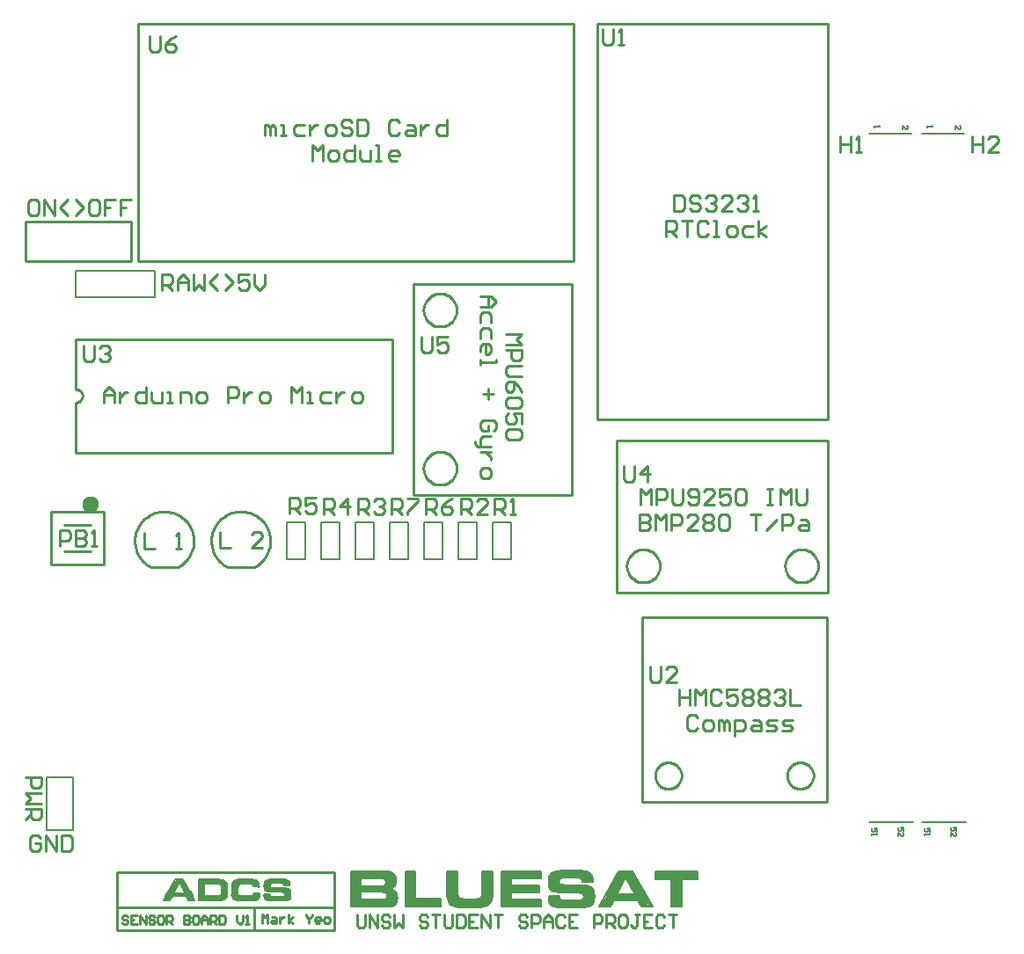
<source format=gto>
%FSDAX24Y24*%
%MOIN*%
%SFA1B1*%

%IPPOS*%
%ADD11C,0.010000*%
%ADD24C,0.031500*%
%ADD25C,0.005000*%
%ADD26C,0.007900*%
%ADD43C,0.020000*%
%LNbluesatpc104template-1*%
%LPD*%
G54D25*
X029904Y012304D02*
X028799D01*
Y012028*
X029846*
Y011788*
X028799*
Y011512*
X029929*
Y011225*
X028417*
Y012579*
X029904*
Y012304*
G54D11*
X029854Y012354D02*
X028749D01*
Y011978*
X029796*
Y011838*
X028749*
Y011462*
X029879*
Y011275*
X028467*
Y012529*
X029854*
Y012354*
G54D43*
X029754Y012454D02*
X028649D01*
Y011878*
X029696*
Y011938*
X028649*
Y011362*
X029779*
Y011375*
X028567*
Y012429*
X029754*
Y012454*
X028580Y011460D02*
X028620D01*
X028580Y011660D02*
X028620D01*
X028580Y011860D02*
X028620D01*
X028580Y012060D02*
X028620D01*
X028580Y012260D02*
X028620D01*
G54D25*
X031424Y012594D02*
X031454Y012593D01*
X031481Y012591*
X031507Y012589*
X031529Y012586*
X031552Y012583*
X031572Y012581*
X031587Y012578*
X031602Y012574*
X031616Y012571*
X031628Y012569*
X031635Y012568*
X031645Y012565*
X031682Y012554*
X031713Y012540*
X031739Y012528*
X031759Y012515*
X031777Y012502*
X031788Y012494*
X031798Y012484*
X031800Y012483*
X031815Y012467*
X031829Y012448*
X031840Y012429*
X031847Y012409*
X031854Y012390*
X031859Y012378*
X031861Y012373*
Y012375*
X031861Y012372*
X031866Y012340*
X031871Y012311*
X031875Y012284*
X031876Y012260*
X031878Y012237*
Y012221*
Y012214*
Y012211*
Y012208*
Y012206*
Y012186*
X031496*
Y012189*
X031495Y012199*
Y012211*
X031493Y012219*
Y012228*
X031491Y012231*
Y012230*
X031482Y012254*
X031470Y012274*
X031465Y012279*
X031461Y012296*
X031448*
X031445Y012298*
X031432Y012304*
X031410Y012314*
X031398Y012318*
X031388Y012320*
X031380Y012321*
X031381Y012321*
X031364Y012325*
X031345Y012328*
X031323Y012331*
X031304*
X031287Y012332*
X030784*
X030756Y012330*
X030730Y012328*
X030706Y012323*
X030687Y012317*
X030674Y012312*
X030663Y012309*
X030650Y012302*
X030648Y012299*
X030632Y012286*
X030619Y012270*
X030608Y012253*
X030602Y012236*
X030598Y012223*
X030596Y012210*
Y012201*
Y012198*
Y012179*
X030598Y012161*
X030602Y012147*
X030605Y012138*
X030606Y012127*
X030611Y012119*
X030611Y012122*
X030612Y012114*
X030625Y012098*
X030639Y012086*
X030666Y012072*
X030678Y012069*
X030688Y012066*
X030699Y012063*
X030692Y012064*
X030724Y012060*
X030749Y012056*
X030775Y012053*
X030800Y012051*
X030825*
X030843Y012050*
X030901*
X030946Y012048*
X031223*
X031265Y012046*
X031304*
X031339Y012045*
X031374*
X031405Y012043*
X031433Y012042*
X031459Y012040*
X031479*
X031499Y012038*
X031517Y012037*
X031527*
X031536Y012035*
X031544*
X031573Y012032*
X031599Y012030*
X031625Y012025*
X031649Y012022*
X031670Y012017*
X031691Y012012*
X031708Y012007*
X031724Y012003*
X031740Y011998*
X031753Y011993*
X031763Y011989*
X031772Y011986*
X031782Y011979*
X031793Y011977*
X031789Y011977*
X031815Y011961*
X031840Y011941*
X031859Y011922*
X031875Y011902*
X031886Y011884*
X031895Y011869*
X031898Y011864*
X031901Y011854*
X031900Y011860*
X031901Y011857*
X031911Y011824*
X031921Y011785*
X031928Y011747*
X031931Y011711*
X031933Y011692*
X031934Y011677*
Y011661*
X031936Y011648*
Y011640*
Y011632*
Y011627*
Y011625*
X031934Y011573*
X031931Y011531*
X031926Y011493*
X031924Y011475*
X031921Y011461*
X031918Y011446*
X031916Y011436*
X031913Y011427*
X031911Y011416*
X031910Y011410*
X031913Y011417*
X031906Y011413*
Y011401*
X031895Y011377*
X031880Y011351*
X031865Y011332*
X031848Y011313*
X031833Y011299*
X031821Y011289*
X031810Y011282*
X031814Y011286*
X031816*
X031781Y011267*
X031751Y011255*
X031715Y011246*
X031683Y011237*
X031652Y011231*
X031639Y011229*
X031630Y011227*
X031619Y011226*
X031613Y011225*
X031609*
X031581Y011221*
X031554Y011219*
X031496Y011216*
X031438Y011212*
X031382Y011211*
X031332Y011212*
X031312Y011210*
X030685*
X030637Y011211*
X030594Y011214*
X030575Y011216*
X030557Y011218*
X030541*
X030530Y011219*
X030517Y011221*
X030505Y011223*
X030499*
X030494Y011224*
X030490Y011224*
X030454Y011231*
X030421Y011240*
X030394Y011250*
X030370Y011258*
X030351Y011267*
X030337Y011273*
X030330Y011277*
X030307Y011294*
X030291Y011311*
X030275Y011331*
X030261Y011347*
X030253Y011360*
X030247Y011374*
X030241Y011384*
X030240Y011385*
X030232Y011410*
X030225Y011439*
X030219Y011469*
X030216Y011497*
X030215Y011522*
Y011536*
X030213Y011546*
Y011550*
Y011557*
Y011560*
Y011562*
Y011635*
X030595*
Y011639*
X030596Y011619*
X030598Y011602*
X030601Y011587*
X030603Y011576*
X030605Y011570*
X030607Y011564*
X030619Y011535*
X030634Y011516*
X030643Y011508*
X030654Y011502*
X030544Y011557*
X030674Y011489*
X030698Y011480*
X030711Y011479*
X030717Y011478*
X030724Y011476*
X030751Y011475*
X030777Y011474*
X031359Y011474*
X031380Y011475*
X031402*
X031428Y011479*
X031451Y011485*
X031459Y011489*
X031463Y011490*
X031462Y011490*
X031467*
X031493Y011507*
X031509Y011522*
X031513Y011527*
X031526Y011531*
Y011546*
X031528Y011550*
X031534Y011563*
X031540Y011587*
X031543Y011599*
Y011610*
Y011615*
Y011617*
Y011635*
X031539Y011652*
X031537Y011665*
X031533Y011679*
X031529Y011686*
X031527Y011697*
X031526Y011698*
Y011696*
X031510Y011716*
X031494Y011726*
X031481Y011735*
X031464Y011741*
X031451Y011746*
X031440Y011749*
X031431Y011753*
X031425*
X031401Y011757*
X031370Y011760*
X031341Y011763*
X031310Y011765*
X031282Y011768*
X031272*
X031262Y011769*
X031218*
X031194Y011771*
X031138*
X031083Y011772*
X030826Y011773*
X030786Y011773*
X030748Y011776*
X030714*
X030682Y011777*
X030653Y011778*
X030627Y011780*
X030605Y011782*
X030584Y011783*
X030566Y011786*
X030552*
X030541Y011787*
X030531Y011789*
X030526*
X030478Y011797*
X030434Y011807*
X030398Y011817*
X030384Y011821*
X030370Y011827*
X030358Y011832*
X030347Y011836*
X030336Y011841*
X030326Y011844*
X030326Y011845*
X030328Y011844*
X030323Y011854*
X030314*
X030297Y011865*
X030278Y011885*
X030263Y011905*
X030251Y011922*
X030243Y011939*
X030238Y011953*
X030232Y011968*
X030235Y011965*
Y011959*
X030227Y011994*
X030222Y012027*
X030219Y012064*
X030217Y012096*
X030216Y012127*
X030215Y012138*
Y012148*
Y012158*
Y012164*
Y012168*
Y012169*
Y012203*
X030216Y012235*
X030217Y012264*
X030221Y012291*
X030222Y012313*
X030225Y012330*
Y012339*
X030225Y012341*
X030226Y012345*
Y012344*
X030232Y012370*
X030239Y012395*
X030250Y012416*
X030261Y012438*
X030270Y012452*
X030278Y012463*
X030286Y012471*
X030288Y012474*
X030306Y012491*
X030331Y012508*
X030358Y012524*
X030382Y012537*
X030405Y012546*
X030417Y012550*
X030428Y012554*
X030434Y012557*
X030438Y012558*
X030437Y012558*
X030440Y012559*
X030465Y012566*
X030489Y012571*
X030539Y012581*
X030590Y012588*
X030641Y012591*
X030664Y012593*
X030685Y012594*
X030705*
X030724Y012596*
X031391*
X031423Y012594*
X030460Y011230D02*
X031640D01*
X030340Y011280D02*
X031790D01*
X030290Y011330D02*
X031860D01*
X030250Y011380D02*
X031890D01*
X030240Y011430D02*
X031900D01*
X030230Y011480D02*
X030690D01*
X031440D02*
X031910D01*
X030220Y011530D02*
X030620D01*
X031540D02*
X031920D01*
X030220Y011580D02*
X030590D01*
X031550D02*
X031940D01*
X030600Y011630D02*
X030590D01*
X031550D02*
X031940D01*
X031540Y011680D02*
X031920D01*
X031500Y011730D02*
X031920D01*
X030590Y011780D02*
X031920D01*
X030370Y011830D02*
X031900D01*
X030300Y011880D02*
X031880D01*
X030260Y011930D02*
X031840D01*
X030240Y011980D02*
X031770D01*
X030230Y012030D02*
X031530D01*
X030230Y012080D02*
X030650D01*
X030230Y012130D02*
X030600D01*
X030220Y012180D02*
X030590D01*
X030230Y012230D02*
X030590D01*
X031500D02*
X031870D01*
X030230Y012280D02*
X030620D01*
X031480D02*
X031870D01*
X030230Y012330D02*
X031860D01*
X030250Y012380D02*
X031850D01*
X030270Y012430D02*
X031830D01*
X030310Y012480D02*
X031790D01*
X030380Y012530D02*
X031730D01*
X030550Y012580D02*
X031540D01*
X034139Y011225D02*
X033716D01*
X033582Y011474*
X032679*
X032553Y011225*
X032128*
X032862Y012579*
X033394*
X034139Y011225*
G54D11*
X034055Y011275D02*
X033746D01*
X033612Y011524*
X032648*
X032522Y011275*
X032212*
X032892Y012529*
X033364*
X034055Y011275*
G54D43*
X033885Y011375D02*
X033806D01*
X033672Y011624*
X032587*
X032461Y011375*
X032380*
X032952Y012429*
X033305*
X033885Y011375*
X032490Y011470D02*
X032480D01*
X033790D02*
X033830D01*
X032590Y011670D02*
X033680D01*
X032690Y011870D02*
X033580D01*
X032790Y012070D02*
X033480D01*
X032890Y012270D02*
X033380D01*
G54D25*
X035847Y012281D02*
X035243D01*
Y011225*
X034861*
Y012281*
X034255*
Y012579*
X035847*
Y012281*
G54D11*
X035797Y012331D02*
X035193D01*
Y011275*
X034911*
Y012331*
X034305*
Y012529*
X035797*
Y012331*
G54D43*
X035697Y012431D02*
X035093D01*
Y011375*
X035011*
Y012431*
X034405*
Y012429*
X035697*
Y012431*
G54D25*
X028078Y011700D02*
X028077Y011653D01*
X028072Y011610*
X028065Y011569*
X028057Y011533*
X028048Y011500*
X028034Y011470*
X028024Y011441*
X028012Y011418*
X027998Y011395*
X027988Y011376*
X027977Y011363*
X027965Y011348*
X027958Y011339*
X027952Y011333*
X027947Y011328*
X027947Y011328*
X027921Y011308*
X027893Y011289*
X027861Y011274*
X027827Y011261*
X027793Y011248*
X027759Y011239*
X027722Y011231*
X027688Y011224*
X027655Y011219*
X027624Y011216*
X027596Y011212*
X027573Y011211*
X027552Y011212*
X027537Y011210*
X026908*
X026853Y011211*
X026805Y011214*
X026760Y011221*
X026718Y011229*
X026680Y011237*
X026645Y011248*
X026615Y011260*
X026587Y011271*
X026561Y011282*
X026541Y011292*
X026523Y011302*
X026509Y011310*
X026499Y011318*
X026490Y011325*
X026490Y011325*
X026490Y011325*
X026464Y011350*
X026446Y011376*
X026428Y011405*
X026412Y011434*
X026400Y011465*
X026388Y011496*
X026381Y011526*
X026373Y011557*
X026368Y011586*
X026363Y011613*
X026361Y011637*
X026359Y011658*
Y011676*
X026357Y011689*
Y011696*
Y011700*
Y012579*
X026739*
Y011793*
Y011767*
X026740Y011743*
X026744Y011720*
X026747Y011702*
X026750Y011681*
X026756Y011664*
X026767Y011636*
X026777Y011615*
X026787Y011598*
X026796Y011588*
X026798Y011586*
X026811Y011572*
X026826Y011561*
X026858Y011545*
X026893Y011534*
X026925Y011527*
X026954Y011524*
X026969Y011522*
X026978*
X026988Y011520*
X027455*
X027479Y011522*
X027501Y011525*
X027522Y011529*
X027539Y011535*
X027554Y011540*
X027584Y011550*
X027605Y011561*
X027622Y011573*
X027629Y011580*
X027633Y011582*
X027647Y011598*
X027657Y011615*
X027671Y011645*
X027682Y011679*
X027689Y011714*
X027692Y011744*
X027694Y011754*
X027697Y011768*
Y011779*
Y011786*
Y011791*
Y011793*
Y012579*
X028078*
Y011700*
G54D11*
X028028Y011701D02*
X028027Y011656D01*
X028022Y011617*
X028016Y011578*
X028009Y011545*
X028001Y011517*
X027988Y011489*
X027978Y011461*
X027968Y011442*
X027955Y011420*
X027946Y011404*
X027938Y011394*
X027926Y011379*
X027921Y011373*
X027916Y011369*
X027914Y011366*
X027891Y011348*
X027868Y011333*
X027841Y011320*
X027809Y011308*
X027777Y011296*
X027747Y011287*
X027712Y011280*
X027680Y011273*
X027649Y011269*
X027618Y011266*
X027592Y011262*
X027572Y011261*
X027549Y011262*
X027534Y011260*
X026908*
X026856Y011261*
X026810Y011264*
X026769Y011271*
X026727Y011278*
X026692Y011285*
X026662Y011295*
X026633Y011306*
X026606Y011317*
X026582Y011328*
X026564Y011336*
X026548Y011345*
X026537Y011352*
X026529Y011358*
X026520Y011365*
X026502Y011382*
X026488Y011403*
X026471Y011430*
X026457Y011456*
X026446Y011483*
X026436Y011511*
X026429Y011538*
X026422Y011567*
X026417Y011594*
X026413Y011619*
X026411Y011643*
X026409Y011662*
Y011680*
X026407Y011693*
Y011696*
Y011700*
Y012529*
X026689*
Y011793*
Y011766*
X026690Y011737*
X026695Y011711*
X026697Y011694*
X026701Y011669*
X026709Y011647*
X026721Y011616*
X026733Y011591*
X026746Y011569*
X026758Y011555*
X026761Y011552*
X026779Y011534*
X026800Y011518*
X026839Y011499*
X026880Y011486*
X026917Y011477*
X026948Y011474*
X026965Y011472*
X026973*
X026983Y011470*
X027457*
X027485Y011472*
X027510Y011476*
X027534Y011481*
X027554Y011487*
X027570Y011492*
X027604Y011504*
X027631Y011518*
X027654Y011534*
X027661Y011541*
X027666Y011545*
X027687Y011568*
X027701Y011592*
X027717Y011627*
X027730Y011666*
X027739Y011706*
X027742Y011737*
X027743Y011745*
X027747Y011764*
Y011779*
Y011786*
Y011791*
Y011793*
Y012529*
X028028*
Y011701*
G54D43*
X027928Y011702D02*
X027927Y011663D01*
X027923Y011631*
X027917Y011597*
X027912Y011569*
X027907Y011552*
X027895Y011527*
X027886Y011501*
X027881Y011491*
X027868Y011470*
X027862Y011460*
X027860Y011457*
X027848Y011442*
X027846Y011439*
X027846Y011439*
X027847Y011441*
X027833Y011429*
X027818Y011420*
X027802Y011412*
X027775Y011402*
X027747Y011391*
X027723Y011384*
X027691Y011378*
X027663Y011372*
X027637Y011368*
X027606Y011365*
X027583Y011362*
X027570Y011361*
X027542Y011362*
X027527Y011360*
X026910*
X026861Y011361*
X026821Y011364*
X026785Y011369*
X026746Y011376*
X026718Y011382*
X026695Y011389*
X026669Y011400*
X026645Y011409*
X026623Y011419*
X026611Y011424*
X026599Y011432*
X026588Y011438*
X026590Y011437*
X026578Y011448*
X026572Y011457*
X026558Y011480*
X026548Y011499*
X026540Y011519*
X026532Y011540*
X026526Y011563*
X026520Y011587*
X026516Y011611*
X026512Y011632*
X026511Y011653*
X026509Y011668*
Y011688*
X026507Y011701*
Y011696*
Y011700*
Y012429*
X026589*
Y011793*
Y011764*
X026590Y011725*
X026596Y011694*
X026599Y011678*
X026604Y011645*
X026615Y011613*
X026629Y011576*
X026645Y011544*
X026664Y011510*
X026683Y011489*
X026688Y011484*
X026713Y011459*
X026747Y011433*
X026802Y011406*
X026853Y011390*
X026900Y011379*
X026935Y011375*
X026957Y011372*
X026963*
X026973Y011371*
X027461Y011369*
X027497Y011373*
X027528Y011377*
X027560Y011384*
X027585Y011392*
X027602Y011397*
X027644Y011412*
X027683Y011433*
X027718Y011457*
X027732Y011470*
X027735Y011473*
X027768Y011507*
X027790Y011546*
X027811Y011591*
X027827Y011640*
X027838Y011690*
X027841Y011727*
X027842Y011728*
X027847Y011756*
Y011779*
Y011786*
Y011791*
Y011793*
Y012429*
X027928*
Y011702*
X026620Y011460D02*
X026660D01*
X027770D02*
X027810D01*
X026520Y011660D02*
X026560D01*
X027870D02*
X027930D01*
X026520Y011860D02*
X026560D01*
X027870D02*
X027930D01*
X026520Y012060D02*
X026560D01*
X027870D02*
X027930D01*
X026520Y012260D02*
X026560D01*
X027870D02*
X027930D01*
G54D25*
X016788Y011475D02*
X016560D01*
X016481Y011623*
X015933*
X015858Y011475*
X015630*
X016054Y012257*
X016357*
X016788Y011475*
G54D11*
X016703Y011525D02*
X016590D01*
X016511Y011673*
X015902*
X015827Y011525*
X015714*
X016084Y012207*
X016327*
X016703Y011525*
G54D43*
X016534Y011625D02*
X016650D01*
X016571Y011773*
X015841*
X015766Y011625*
X015882*
X016144Y012107*
X016268*
X016534Y011625*
X015830Y011720D02*
X015920D01*
X016530D02*
X016570D01*
X016080Y011920D02*
X016370D01*
G54D25*
X018895Y012266D02*
X018917Y012265D01*
X018938Y012264*
X018957Y012263*
X018974Y012262*
X018990Y012260*
X019004Y012259*
X019017Y012257*
X019030Y012255*
X019041*
X019047Y012254*
X019052Y012253*
X019057Y012252*
X019058Y012252*
X019087Y012244*
X019111Y012237*
X019129Y012229*
X019146Y012220*
X019158Y012213*
X019167Y012207*
X019168Y012206*
X019168Y012206*
X019185Y012190*
X019196Y012177*
X019203Y012164*
X019211Y012148*
X019216Y012138*
X019219Y012127*
X019220Y012126*
Y012123*
X019220Y012125*
X019220Y012125*
X019225Y012098*
X019227Y012075*
X019230Y012050*
X019231Y012030*
Y012018*
X019232Y012008*
Y012001*
Y011993*
Y011987*
Y011982*
Y011979*
X019244Y011991*
X019027Y012001*
X019025Y012021*
X019020Y012039*
X019013Y012053*
X019005Y012063*
X018997Y012073*
X018988Y012080*
X018985Y012081*
X018984Y012082*
X018965Y012091*
X018947Y012096*
X018932Y012099*
X018916Y012101*
X018902Y012102*
X018892Y012104*
X018583*
X018566Y012101*
X018552Y012099*
X018539Y012097*
X018528Y012095*
X018520Y012093*
X018514Y012091*
X018509Y012089*
X018499Y012084*
X018487Y012078*
X018478Y012071*
X018470Y012065*
X018463Y012059*
X018456Y012052*
X018465Y012055*
X018454Y012051*
X018445Y012038*
X018439Y012027*
X018434Y012017*
X018431Y012006*
X018429Y011999*
X018426Y011992*
X018425Y011985*
X018423Y011964*
X018423Y011961*
X018421Y011948*
Y011936*
X018420Y011926*
Y011918*
Y011913*
Y011911*
Y011821*
Y011804*
X018421Y011788*
X018422Y011775*
X018423Y011764*
Y011755*
X018424Y011746*
X018424Y011746*
Y011740*
X018427Y011725*
X018431Y011713*
X018435Y011704*
X018439Y011694*
X018444Y011687*
X018446Y011683*
X018450Y011677*
X018453Y011674*
X018461Y011666*
X018470Y011658*
X018488Y011647*
X018499Y011642*
X018502Y011642*
X018508Y011640*
X018467Y011650*
X018522Y011636*
X018535Y011634*
X018549Y011632*
X018562Y011631*
X018572*
X018580Y011630*
X018878*
X018891Y011631*
X018905*
X018915Y011632*
X018925*
X018933Y011633*
X018936Y011633*
X018948Y011635*
X018959Y011637*
X018967Y011641*
X018975Y011643*
X018982Y011646*
X018990Y011650*
X018984Y011649*
X018991Y011650*
X019001Y011659*
X019010Y011667*
X019019Y011681*
X019025Y011690*
X019027Y011697*
X019028Y011703*
X019028Y011701*
X019031Y011710*
X019033Y011722*
X019034Y011734*
X019035Y011744*
X019037Y011753*
Y011763*
Y011767*
Y011744*
X019243*
Y011691*
X019242Y011672*
X019241Y011656*
X019239Y011639*
X019237Y011626*
X019234Y011614*
X019232Y011606*
X019232Y011607*
X019231Y011600*
X019226Y011584*
X019221Y011571*
X019214Y011559*
X019208Y011551*
X019200Y011542*
X019194Y011532*
X019194Y011532*
X019180Y011520*
X019168Y011510*
X019154Y011503*
X019140Y011496*
X019127Y011491*
X019114Y011486*
X019113Y011485*
X019115Y011485*
X019115Y011485*
X019087Y011478*
X019062Y011473*
X019038Y011470*
X019014Y011468*
X019002*
X018992Y011467*
X018983*
X018974Y011466*
X018549*
X018517Y011466*
X018489Y011467*
X018463Y011469*
X018452Y011470*
X018442Y011471*
X018431Y011472*
X018424Y011473*
X018416Y011474*
X018410Y011475*
X018406Y011476*
X018400Y011478*
X018376Y011483*
X018355Y011489*
X018336Y011497*
X018321Y011502*
X018309Y011509*
X018299Y011515*
X018294Y011518*
X018295Y011517*
X018287Y011520*
X018293Y011518*
X018279Y011531*
X018265Y011544*
X018255Y011557*
X018245Y011571*
X018237Y011584*
X018233Y011593*
X018230Y011598*
X018227Y011602*
X018229Y011597*
X018197Y011705*
X018223Y011621*
X018217Y011645*
X018212Y011669*
X018209Y011692*
X018208Y011702*
X018208Y011711*
Y011720*
X018207Y011727*
Y011733*
Y011738*
Y011741*
Y011742*
Y011990*
X018207Y012021*
X018210Y012048*
X018212Y012061*
X018214Y012074*
X018216Y012083*
X018219Y012092*
X018221Y012102*
X018223Y012109*
X018224Y012116*
X018227Y012121*
X018228Y012129*
X018228Y012128*
X018229Y012133*
X018228Y012130*
X018237Y012147*
X018248Y012164*
X018259Y012179*
X018269Y012191*
X018280Y012200*
X018285Y012206*
X018295Y012212*
X018286Y012209*
X018294Y012213*
X018309Y012222*
X018328Y012231*
X018345Y012239*
X018361Y012245*
X018378Y012250*
X018383Y012251*
X018390Y012252*
X018392Y012254*
X018396*
X018394Y012254*
X018394Y012254*
X018423Y012258*
X018450Y012262*
X018474Y012264*
X018498Y012265*
X018509Y012266*
X018518*
X018527Y012267*
X018873*
X018895Y012266*
X018370Y011490D02*
X019120D01*
X018280Y011540D02*
X019190D01*
X018240Y011590D02*
X019220D01*
X018230Y011640D02*
X018490D01*
X018520D02*
X018510D01*
X018990D02*
X019240D01*
X018220Y011690D02*
X018430D01*
X019040D02*
X019240D01*
X018220Y011740D02*
X018410D01*
X018220Y011790D02*
X018410D01*
X018220Y011840D02*
X018410D01*
X018220Y011890D02*
X018410D01*
X018220Y011940D02*
X018410D01*
X018220Y011990D02*
X018420D01*
X019240D02*
D01*
X018220Y012040D02*
X018440D01*
X019030D02*
X019220D01*
X018230Y012090D02*
X018510D01*
X018980D02*
X019220D01*
X018250Y012140D02*
X019210D01*
X018280Y012190D02*
X019180D01*
X018360Y012240D02*
X019080D01*
X020137Y012266D02*
X020155Y012265D01*
X020171Y012264*
X020186Y012263*
X020199Y012261*
X020214Y012259*
X020225Y012258*
X020234Y012256*
X020243Y012255*
X020250Y012253*
X020257Y012252*
X020261Y012251*
X020267Y012250*
X020286Y012243*
X020305Y012235*
X020321Y012227*
X020332Y012221*
X020341Y012214*
X020347Y012209*
X020353Y012203*
X020355Y012202*
X020362Y012194*
X020370Y012184*
X020376Y012173*
X020380Y012163*
X020384Y012151*
X020387Y012145*
X020387Y012146*
X020388Y012147*
X020388Y012144*
X020391Y012125*
X020393Y012108*
X020395Y012092*
X020396Y012078*
X020397Y012065*
Y012055*
Y012051*
Y012049*
Y012047*
Y012046*
Y012045*
X020192*
Y012037*
X020191Y012043*
Y012049*
X020190Y012054*
X020188Y012060*
X020188Y012058*
X020188Y012062*
X020183Y012079*
X020175Y012093*
X020170Y012097*
X020159Y012103*
X020172Y012097*
X020156Y012110*
X020146Y012115*
X020132Y012119*
X020125Y012122*
X020118Y012123*
X020114Y012124*
X020106Y012126*
X020093Y012128*
X020079Y012130*
X020068*
X020058Y012131*
X019758*
X019741Y012129*
X019726Y012128*
X019710Y012125*
X019700Y012122*
X019692Y012120*
X019683Y012117*
X019674Y012112*
X019671Y012109*
X019660Y012101*
X019652Y012089*
X019646Y012079*
X019642Y012067*
X019639Y012058*
X019638Y012049*
Y012043*
Y012041*
Y012030*
X019639Y012018*
X019642Y012008*
X019643Y012003*
X019645Y011996*
X019648Y011989*
X019647Y011994*
X019649Y011985*
X019657Y011976*
X019666Y011967*
X019685Y011957*
X019693Y011955*
X019700Y011952*
X019707Y011951*
X019723Y011949*
X019738Y011948*
X019752Y011946*
X019769Y011945*
X019782*
X019793Y011944*
X019829*
X019855Y011943*
X020020Y011943*
X020044Y011942*
X020066Y011942*
X020088Y011941*
X020109*
X020126Y011940*
X020143Y011939*
X020159Y011938*
X020170*
X020181Y011937*
X020192Y011936*
X020198*
X020204Y011935*
X020209*
X020226Y011933*
X020240Y011932*
X020256Y011929*
X020270Y011927*
X020282Y011924*
X020293Y011921*
X020304Y011918*
X020313Y011916*
X020323Y011913*
X020330Y011910*
X020337Y011908*
X020343Y011906*
X020341Y011907*
X020374Y011889*
X020353Y011901*
X020349Y011902*
X020364Y011892*
X020378Y011882*
X020389Y011871*
X020397Y011861*
X020403Y011850*
X020409Y011840*
X020410Y011837*
X020413Y011832*
X020411Y011839*
X020419Y011811*
X020417Y011817*
X020423Y011794*
X020427Y011773*
X020429Y011751*
X020430Y011740*
X020431Y011731*
Y011723*
X020432Y011715*
Y011711*
Y011706*
Y011703*
Y011702*
X020431Y011672*
X020429Y011647*
X020426Y011625*
X020425Y011615*
X020423Y011609*
X020421Y011598*
X020420Y011592*
X020418Y011587*
X020417Y011580*
X020416Y011575*
X020418Y011580*
X020416Y011573*
X020420Y011585*
X020408Y011559*
X020400Y011545*
X020392Y011534*
X020383Y011524*
X020374Y011516*
X020367Y011510*
X020361Y011506*
X020368Y011508*
X020354Y011503*
X020346Y011499*
X020329Y011492*
X020308Y011487*
X020288Y011482*
X020272Y011478*
X020265Y011477*
X020258Y011476*
X020251Y011475*
X020249Y011475*
X020247Y011474*
X020231Y011472*
X020215Y011471*
X020180Y011469*
X020146Y011467*
X020113Y011466*
X020083Y011467*
X020071Y011466*
X019700*
X019673Y011466*
X019647Y011468*
X019636Y011469*
X019625Y011471*
X019616*
X019610Y011471*
X019602Y011472*
X019595Y011474*
X019592*
X019588Y011474*
X019585Y011474*
X019565Y011478*
X019547Y011483*
X019531Y011489*
X019517Y011494*
X019506Y011499*
X019498Y011502*
X019495Y011504*
X019494Y011505*
X019483Y011513*
X019474Y011522*
X019465Y011534*
X019458Y011542*
X019454Y011550*
X019449Y011558*
X019446Y011563*
X019447Y011562*
X019442Y011577*
X019438Y011594*
X019434Y011611*
X019432Y011627*
X019432Y011641*
Y011650*
X019430Y011658*
X019431Y011658*
Y011662*
Y011664*
Y011665*
Y011698*
X019637*
Y011709*
X019638Y011697*
X019639Y011686*
X019641Y011677*
X019642Y011671*
X019643Y011666*
X019643Y011668*
X019645Y011662*
X019653Y011644*
X019662Y011631*
X019666Y011627*
X019677Y011621*
X019632Y011643*
X019689Y011611*
X019705Y011606*
X019714Y011605*
X019715*
X019719Y011604*
X019725Y011603*
X019739Y011603*
X019754Y011602*
X020101*
X020113Y011603*
X020125*
X020142Y011605*
X020158Y011609*
X020165Y011612*
X020166Y011613*
X020162Y011612*
X020170Y011614*
X020186Y011624*
X020197Y011635*
X020199Y011637*
X020204Y011647*
X020186Y011608*
X020208Y011652*
X020213Y011660*
X020217Y011677*
X020219Y011685*
Y011693*
Y011696*
Y011697*
Y011709*
X020216Y011720*
X020215Y011729*
X020212Y011737*
X020210Y011741*
X020207Y011749*
X020208Y011743*
X020207Y011749*
X020196Y011763*
X020186Y011770*
X020177Y011776*
X020166Y011780*
X020158Y011783*
X020150Y011786*
X020143Y011788*
X020126Y011790*
X020108Y011792*
X020090Y011794*
X020071Y011795*
X020054Y011797*
X020050*
X020044Y011798*
X020016*
X020001Y011799*
X019969*
X019936Y011799*
X019784Y011800*
X019761Y011800*
X019738Y011802*
X019718*
X019699Y011802*
X019682Y011803*
X019667Y011804*
X019653Y011805*
X019640Y011806*
X019630Y011808*
X019622*
X019618Y011808*
X019611Y011810*
X019606*
X019579Y011813*
X019554Y011819*
X019533Y011825*
X019525Y011827*
X019518Y011830*
X019511Y011833*
X019504Y011837*
X019497Y011839*
X019494Y011840*
X019485Y011844*
X019492Y011842*
X019477Y011853*
X019466Y011863*
X019458Y011873*
X019453Y011882*
X019448Y011892*
X019445Y011900*
X019441Y011910*
X019442Y011904*
X019439Y011921*
X019436Y011941*
X019434Y011963*
X019433Y011981*
X019432Y012000*
X019432Y012006*
Y012012*
Y012018*
Y012022*
Y012024*
Y012025*
Y012044*
X019432Y012063*
X019433Y012080*
X019435Y012095*
X019436Y012109*
X019438Y012119*
X019438Y012123*
X019439Y012129*
X019438Y012126*
X019442Y012141*
X019446Y012154*
X019452Y012166*
X019458Y012179*
X019462Y012187*
X019466Y012192*
X019472Y012198*
X019473Y012199*
X019482Y012207*
X019496Y012217*
X019511Y012226*
X019525Y012233*
X019539Y012238*
X019545Y012241*
X019552Y012243*
X019555Y012245*
X019559Y012246*
X019556Y012246*
X019559Y012246*
X019573Y012250*
X019585Y012253*
X019615Y012258*
X019645Y012262*
X019675Y012264*
X019688Y012265*
X019700Y012266*
X019713*
X019724Y012267*
X020118*
X020137Y012266*
X019530Y011490D02*
X020320D01*
X019470Y011540D02*
X020390D01*
X019450Y011590D02*
X020410D01*
X019440Y011640D02*
X019640D01*
X020220D02*
X020430D01*
X019440Y011690D02*
X019630D01*
X020230D02*
X020430D01*
X020220Y011740D02*
X020430D01*
X020100Y011790D02*
X020410D01*
X019500Y011840D02*
X020400D01*
X019460Y011890D02*
X020350D01*
X019450Y011940D02*
X019760D01*
X019440Y011990D02*
X019640D01*
X019440Y012040D02*
X019630D01*
X020200D02*
X020390D01*
X019450Y012090D02*
X019640D01*
X020190D02*
X020390D01*
X019450Y012140D02*
X020380D01*
X019480Y012190D02*
X020350D01*
X019560Y012240D02*
X020280D01*
X024019Y012576D02*
X024057Y012573D01*
X024088Y012569*
X024103Y012568*
X024114Y012566*
X024125Y012564*
X024134Y012563*
X024142Y012561*
X024143*
X024146Y012559*
X024153*
X024185Y012551*
X024213Y012544*
X024238Y012533*
X024262Y012523*
X024278Y012515*
X024291Y012508*
X024298Y012503*
X024300Y012502*
X024321Y012487*
X024340Y012468*
X024355Y012452*
X024367Y012436*
X024376Y012420*
X024383Y012407*
X024388Y012398*
X024387Y012403*
X024392Y012386*
X024397Y012373*
X024405Y012346*
X024410Y012319*
X024415Y012293*
X024416Y012270*
X024418Y012250*
Y012246*
Y012241*
Y012237*
Y012236*
Y012204*
X024415Y012176*
X024413Y012152*
X024410Y012132*
X024406Y012114*
X024405Y012105*
X024401Y012097*
Y012091*
X024396Y012076*
X024389Y012059*
X024383Y012045*
X024377Y012033*
X024371Y012023*
X024367Y012016*
X024367Y012017*
X024367Y012017*
X024344Y011992*
X024326Y011978*
X024317Y011973*
X024308Y011967*
X024304Y011965*
X024307Y011967*
X024280Y011955*
X024266Y011950*
X024252Y011945*
X024240Y011942*
X024234Y011939*
X024221Y011926*
X024195Y011886*
X024255Y011879*
X024277Y011874*
X024297Y011868*
X024315Y011862*
X024331Y011854*
X024346Y011846*
X024360Y011839*
X024372Y011831*
X024390Y011817*
X024403Y011806*
X024415Y011792*
X024408Y011794*
Y011803*
X024421Y011782*
X024430Y011767*
X024444Y011731*
X024453Y011694*
X024461Y011657*
X024464Y011624*
X024466Y011610*
Y011595*
X024468Y011584*
Y011578*
Y011573*
X024466Y011531*
X024463Y011496*
X024458Y011466*
X024451Y011440*
X024445Y011418*
X024441Y011404*
X024437Y011395*
X024436Y011389*
X024437Y011393*
X024424Y011368*
X024412Y011348*
X024398Y011331*
X024384Y011315*
X024372Y011303*
X024363Y011294*
X024356Y011288*
X024335Y011276*
X024314Y011265*
X024293Y011256*
X024272Y011250*
X024254Y011244*
X024239Y011241*
X024232Y011238*
X024232*
X024171Y011229*
X024144Y011227*
X024117Y011226*
X024094Y011225*
X022715*
Y012579*
X023977*
X024019Y012576*
X022720Y011240D02*
X024240D01*
X022720Y011290D02*
X024350D01*
X022720Y011340D02*
X024400D01*
X022720Y011390D02*
X024430D01*
X022720Y011440D02*
X024440D01*
X022720Y011490D02*
X024450D01*
X022720Y011540D02*
X024470D01*
X022720Y011590D02*
X024470D01*
X022720Y011640D02*
X024450D01*
X022720Y011690D02*
X024440D01*
X022720Y011740D02*
X024430D01*
X022720Y011790D02*
X024410D01*
X022720Y011840D02*
X024350D01*
X022720Y011890D02*
X024190D01*
X022720Y011940D02*
X024230D01*
X022720Y011990D02*
X024330D01*
X022720Y012040D02*
X024370D01*
X022720Y012090D02*
X024390D01*
X022720Y012140D02*
X024400D01*
X022720Y012190D02*
X024410D01*
X022720Y012240D02*
X024410D01*
X022720Y012290D02*
X024410D01*
X022720Y012340D02*
X024400D01*
X022720Y012390D02*
X024380D01*
X022720Y012440D02*
X024360D01*
X022720Y012490D02*
X024310D01*
X022720Y012540D02*
X024200D01*
X017734Y012256D02*
X017765Y012255D01*
X017778Y012254*
X017791Y012253*
X017802Y012251*
X017813Y012250*
X017822Y012248*
X017831Y012246*
X017840Y012245*
X017845Y012244*
X017849Y012243*
X017855Y012242*
X017877Y012235*
X017896Y012227*
X017913Y012220*
X017927Y012212*
X017938Y012205*
X017947Y012199*
X017950Y012197*
X017950Y012197*
X017964Y012183*
X017974Y012171*
X017984Y012157*
X017991Y012145*
X017995Y012134*
X018001Y012122*
X018001Y012122*
X018002Y012117*
X018002Y012121*
X018003Y012116*
X018008Y012095*
X018013Y012075*
X018016Y012054*
X018019Y012034*
X018020Y012019*
Y012010*
X018021Y012003*
Y012000*
Y011995*
Y011993*
Y011992*
Y011739*
X018020Y011712*
X018018Y011688*
X018015Y011667*
X018012Y011649*
X018010Y011642*
X018008Y011635*
X018006Y011627*
X018005Y011622*
X018004Y011619*
X018003Y011613*
X018004Y011617*
X017995Y011597*
X017988Y011581*
X017980Y011568*
X017971Y011558*
X017963Y011547*
X017957Y011541*
X017952Y011536*
X017950Y011535*
X017938Y011524*
X017923Y011516*
X017907Y011508*
X017891Y011502*
X017876Y011496*
X017871Y011494*
X017866Y011493*
X017861Y011492*
X017855Y011490*
X017859Y011490*
X017850Y011489*
X017831Y011485*
X017805Y011481*
X017779Y011478*
X017755Y011476*
X017743Y011476*
X017723*
X017714Y011475*
X016955*
Y012257*
X017701*
X017734Y012256*
X016960Y011490D02*
X017860D01*
X016960Y011540D02*
X017950D01*
X016960Y011590D02*
X017990D01*
X016960Y011640D02*
X018000D01*
X016960Y011690D02*
X018020D01*
X016960Y011740D02*
X018020D01*
X016960Y011790D02*
X018020D01*
X016960Y011840D02*
X018020D01*
X016960Y011890D02*
X018020D01*
X016960Y011940D02*
X018020D01*
X016960Y011990D02*
X018020D01*
X016960Y012040D02*
X018020D01*
X016960Y012090D02*
X018000D01*
X016960Y012140D02*
X017990D01*
X016960Y012190D02*
X017950D01*
X016960Y012240D02*
X017840D01*
X025157Y011535D02*
X026124D01*
Y011225*
X024775*
Y012579*
X025157*
Y011535*
G54D11*
X025107Y011485D02*
X026074D01*
Y011275*
X024825*
Y012529*
X025107*
Y011485*
G54D43*
X025007Y011385D02*
X025974D01*
Y011375*
X024925*
Y012429*
X025007*
Y011385*
X025020Y011380D02*
Y011370D01*
X025220Y011380D02*
Y011370D01*
X025420Y011380D02*
Y011370D01*
X025620Y011380D02*
Y011370D01*
X025820Y011380D02*
Y011370D01*
%LNbluesatpc104template-2*%
%LPC*%
G36*
X033128Y012277D02*
X032856Y011751D01*
X033407*
X033128Y012277*
G37*
G36*
X016206Y012089D02*
X016045Y011777D01*
X016371*
X016206Y012089*
G37*
G36*
X023893Y012267D02*
X023122D01*
Y012048*
X023884*
X023905Y012050*
X023925Y012052*
X023940Y012055*
X023953Y012060*
X023965Y012065*
X023972Y012068*
X023977Y012070*
X023978Y012071*
X023990Y012083*
X023998Y012095*
X024003Y012110*
X024008Y012123*
X024010Y012136*
X024011Y012146*
Y012153*
Y012156*
X024010Y012178*
X024006Y012196*
X024001Y012211*
X023995Y012223*
X023988Y012231*
X023983Y012237*
X023980Y012241*
X023978Y012242*
X023965Y012251*
X023950Y012257*
X023933Y012261*
X023918Y012264*
X023905Y012266*
X023893Y012267*
G37*
G36*
X023905Y011758D02*
X023122D01*
Y011537*
X023893*
X023918Y011539*
X023940Y011540*
X023960Y011544*
X023977Y011547*
X023990Y011550*
X023998Y011554*
X024005Y011557*
X024006*
X024021Y011567*
X024031Y011578*
X024040Y011592*
X024045Y011607*
X024048Y011618*
X024050Y011630*
Y011637*
Y011640*
X024048Y011665*
X024043Y011685*
X024036Y011701*
X024028Y011715*
X024020Y011723*
X024013Y011730*
X024008Y011733*
X024006Y011735*
X023990Y011743*
X023970Y011748*
X023952Y011753*
X023933Y011754*
X023918Y011756*
X023905Y011758*
G37*
G36*
X017652Y012076D02*
X017186D01*
Y011664*
X017652*
X017666Y011665*
X017678Y011666*
X017688Y011667*
X017697Y011668*
X017703Y011669*
X017707Y011670*
X017708*
X017718Y011673*
X017727Y011677*
X017735Y011680*
X017742Y011684*
X017748Y011688*
X017752Y011690*
X017754Y011692*
X017755Y011693*
X017761Y011700*
X017767Y011707*
X017774Y011722*
X017777Y011728*
X017779Y011733*
X017781Y011737*
Y011738*
X017784Y011750*
X017786Y011763*
X017788Y011775*
X017789Y011787*
X017790Y011797*
Y011805*
Y011811*
Y011813*
Y011925*
Y011941*
X017789Y011956*
X017787Y011969*
X017786Y011979*
X017784Y011987*
X017782Y011994*
X017781Y011998*
Y011999*
X017777Y012010*
X017773Y012019*
X017770Y012027*
X017765Y012033*
X017761Y012037*
X017758Y012041*
X017756Y012043*
X017755Y012044*
X017748Y012050*
X017740Y012055*
X017724Y012062*
X017717Y012065*
X017712Y012067*
X017709Y012068*
X017708*
X017697Y012071*
X017685Y012073*
X017673Y012074*
X017662Y012075*
X017652Y012076*
G37*
%LNbluesatpc104template-3*%
%LPD*%
G54D11*
X026715Y033850D02*
D01*
X026713Y033893*
X026708Y033936*
X026701Y033979*
X026690Y034022*
X026677Y034063*
X026660Y034104*
X026641Y034143*
X026620Y034181*
X026595Y034217*
X026568Y034251*
X026539Y034284*
X026508Y034314*
X026474Y034342*
X026439Y034368*
X026402Y034391*
X026363Y034411*
X026324Y034429*
X026283Y034444*
X026241Y034456*
X026198Y034465*
X026155Y034471*
X026111Y034474*
X026068*
X026024Y034471*
X025981Y034465*
X025938Y034456*
X025896Y034444*
X025855Y034429*
X025816Y034411*
X025777Y034391*
X025740Y034368*
X025705Y034342*
X025671Y034314*
X025640Y034284*
X025611Y034251*
X025584Y034217*
X025559Y034181*
X025538Y034143*
X025519Y034104*
X025502Y034063*
X025489Y034022*
X025478Y033979*
X025471Y033936*
X025466Y033893*
X025465Y033850*
X025466Y033806*
X025471Y033763*
X025478Y033720*
X025489Y033677*
X025502Y033636*
X025519Y033595*
X025538Y033556*
X025559Y033518*
X025584Y033482*
X025611Y033448*
X025640Y033415*
X025671Y033385*
X025705Y033357*
X025740Y033331*
X025777Y033308*
X025816Y033288*
X025855Y033270*
X025896Y033255*
X025938Y033243*
X025981Y033234*
X026024Y033228*
X026068Y033225*
X026111*
X026155Y033228*
X026198Y033234*
X026241Y033243*
X026283Y033255*
X026324Y033270*
X026363Y033288*
X026402Y033308*
X026439Y033331*
X026474Y033357*
X026508Y033385*
X026539Y033415*
X026568Y033448*
X026595Y033482*
X026620Y033518*
X026641Y033556*
X026660Y033595*
X026677Y033636*
X026690Y033677*
X026701Y033720*
X026708Y033763*
X026713Y033806*
X026715Y033850*
Y027850D02*
D01*
X026713Y027893*
X026708Y027936*
X026701Y027979*
X026690Y028022*
X026677Y028063*
X026660Y028104*
X026641Y028143*
X026620Y028181*
X026595Y028217*
X026568Y028251*
X026539Y028284*
X026508Y028314*
X026474Y028342*
X026439Y028368*
X026402Y028391*
X026363Y028411*
X026324Y028429*
X026283Y028444*
X026241Y028456*
X026198Y028465*
X026155Y028471*
X026111Y028474*
X026068*
X026024Y028471*
X025981Y028465*
X025938Y028456*
X025896Y028444*
X025855Y028429*
X025816Y028411*
X025777Y028391*
X025740Y028368*
X025705Y028342*
X025671Y028314*
X025640Y028284*
X025611Y028251*
X025584Y028217*
X025559Y028181*
X025538Y028143*
X025519Y028104*
X025502Y028063*
X025489Y028022*
X025478Y027979*
X025471Y027936*
X025466Y027893*
X025465Y027850*
X025466Y027806*
X025471Y027763*
X025478Y027720*
X025489Y027677*
X025502Y027636*
X025519Y027595*
X025538Y027556*
X025559Y027518*
X025584Y027482*
X025611Y027448*
X025640Y027415*
X025671Y027385*
X025705Y027357*
X025740Y027331*
X025777Y027308*
X025816Y027288*
X025855Y027270*
X025896Y027255*
X025938Y027243*
X025981Y027234*
X026024Y027228*
X026068Y027225*
X026111*
X026155Y027228*
X026198Y027234*
X026241Y027243*
X026283Y027255*
X026324Y027270*
X026363Y027288*
X026402Y027308*
X026439Y027331*
X026474Y027357*
X026508Y027385*
X026539Y027415*
X026568Y027448*
X026595Y027482*
X026620Y027518*
X026641Y027556*
X026660Y027595*
X026677Y027636*
X026690Y027677*
X026701Y027720*
X026708Y027763*
X026713Y027806*
X026715Y027850*
X034415Y024150D02*
D01*
X034413Y024193*
X034408Y024236*
X034401Y024279*
X034390Y024322*
X034377Y024363*
X034360Y024404*
X034341Y024443*
X034320Y024481*
X034295Y024517*
X034268Y024551*
X034239Y024584*
X034208Y024614*
X034174Y024642*
X034139Y024668*
X034102Y024691*
X034063Y024711*
X034024Y024729*
X033983Y024744*
X033941Y024756*
X033898Y024765*
X033855Y024771*
X033811Y024774*
X033768*
X033724Y024771*
X033681Y024765*
X033638Y024756*
X033596Y024744*
X033555Y024729*
X033516Y024711*
X033477Y024691*
X033440Y024668*
X033405Y024642*
X033371Y024614*
X033340Y024584*
X033311Y024551*
X033284Y024517*
X033259Y024481*
X033238Y024443*
X033219Y024404*
X033202Y024363*
X033189Y024322*
X033178Y024279*
X033171Y024236*
X033166Y024193*
X033165Y024150*
X033166Y024106*
X033171Y024063*
X033178Y024020*
X033189Y023977*
X033202Y023936*
X033219Y023895*
X033238Y023856*
X033259Y023818*
X033284Y023782*
X033311Y023748*
X033340Y023715*
X033371Y023685*
X033405Y023657*
X033440Y023631*
X033477Y023608*
X033516Y023588*
X033555Y023570*
X033596Y023555*
X033638Y023543*
X033681Y023534*
X033724Y023528*
X033768Y023525*
X033811*
X033855Y023528*
X033898Y023534*
X033941Y023543*
X033983Y023555*
X034024Y023570*
X034063Y023588*
X034102Y023608*
X034139Y023631*
X034174Y023657*
X034208Y023685*
X034239Y023715*
X034268Y023748*
X034295Y023782*
X034320Y023818*
X034341Y023856*
X034360Y023895*
X034377Y023936*
X034390Y023977*
X034401Y024020*
X034408Y024063*
X034413Y024106*
X034415Y024150*
X040415D02*
D01*
X040413Y024193*
X040408Y024236*
X040401Y024279*
X040390Y024322*
X040377Y024363*
X040360Y024404*
X040341Y024443*
X040320Y024481*
X040295Y024517*
X040268Y024551*
X040239Y024584*
X040208Y024614*
X040174Y024642*
X040139Y024668*
X040102Y024691*
X040063Y024711*
X040024Y024729*
X039983Y024744*
X039941Y024756*
X039898Y024765*
X039855Y024771*
X039811Y024774*
X039768*
X039724Y024771*
X039681Y024765*
X039638Y024756*
X039596Y024744*
X039555Y024729*
X039516Y024711*
X039477Y024691*
X039440Y024668*
X039405Y024642*
X039371Y024614*
X039340Y024584*
X039311Y024551*
X039284Y024517*
X039259Y024481*
X039238Y024443*
X039219Y024404*
X039202Y024363*
X039189Y024322*
X039178Y024279*
X039171Y024236*
X039166Y024193*
X039165Y024150*
X039166Y024106*
X039171Y024063*
X039178Y024020*
X039189Y023977*
X039202Y023936*
X039219Y023895*
X039238Y023856*
X039259Y023818*
X039284Y023782*
X039311Y023748*
X039340Y023715*
X039371Y023685*
X039405Y023657*
X039440Y023631*
X039477Y023608*
X039516Y023588*
X039555Y023570*
X039596Y023555*
X039638Y023543*
X039681Y023534*
X039724Y023528*
X039768Y023525*
X039811*
X039855Y023528*
X039898Y023534*
X039941Y023543*
X039983Y023555*
X040024Y023570*
X040063Y023588*
X040102Y023608*
X040139Y023631*
X040174Y023657*
X040208Y023685*
X040239Y023715*
X040268Y023748*
X040295Y023782*
X040320Y023818*
X040341Y023856*
X040360Y023895*
X040377Y023936*
X040390Y023977*
X040401Y024020*
X040408Y024063*
X040413Y024106*
X040415Y024150*
X012290Y030350D02*
D01*
X012307Y030350*
X012324Y030352*
X012341Y030355*
X012358Y030359*
X012375Y030365*
X012391Y030371*
X012407Y030379*
X012422Y030387*
X012436Y030397*
X012450Y030408*
X012463Y030420*
X012475Y030432*
X012487Y030446*
X012497Y030460*
X012506Y030475*
X012514Y030490*
X012521Y030506*
X012527Y030522*
X012532Y030539*
X012536Y030556*
X012538Y030573*
X012539Y030591*
Y030608*
X012538Y030626*
X012536Y030643*
X012532Y030660*
X012527Y030677*
X012521Y030693*
X012514Y030709*
X012506Y030725*
X012497Y030739*
X012487Y030753*
X012475Y030767*
X012463Y030779*
X012450Y030791*
X012436Y030802*
X012422Y030812*
X012407Y030820*
X012391Y030828*
X012375Y030834*
X012358Y030840*
X012341Y030844*
X012324Y030847*
X012307Y030849*
X012290Y030850*
X040240Y016200D02*
D01*
X040238Y016234*
X040235Y016269*
X040229Y016303*
X040220Y016337*
X040209Y016371*
X040196Y016403*
X040181Y016434*
X040164Y016464*
X040144Y016493*
X040123Y016521*
X040099Y016547*
X040074Y016571*
X040047Y016594*
X040019Y016614*
X039990Y016633*
X039959Y016649*
X039927Y016663*
X039894Y016675*
X039860Y016685*
X039826Y016692*
X039792Y016697*
X039757Y016699*
X039722*
X039687Y016697*
X039653Y016692*
X039619Y016685*
X039585Y016675*
X039552Y016663*
X039520Y016649*
X039490Y016633*
X039460Y016614*
X039432Y016594*
X039405Y016571*
X039380Y016547*
X039356Y016521*
X039335Y016493*
X039315Y016464*
X039298Y016434*
X039283Y016403*
X039270Y016371*
X039259Y016337*
X039250Y016303*
X039244Y016269*
X039241Y016234*
X039240Y016200*
X039241Y016165*
X039244Y016130*
X039250Y016096*
X039259Y016062*
X039270Y016028*
X039283Y015996*
X039298Y015965*
X039315Y015935*
X039335Y015906*
X039356Y015878*
X039380Y015852*
X039405Y015828*
X039432Y015805*
X039460Y015785*
X039490Y015766*
X039520Y015750*
X039552Y015736*
X039585Y015724*
X039619Y015714*
X039653Y015707*
X039687Y015702*
X039722Y015700*
X039757*
X039792Y015702*
X039826Y015707*
X039860Y015714*
X039894Y015724*
X039927Y015736*
X039959Y015750*
X039990Y015766*
X040019Y015785*
X040047Y015805*
X040074Y015828*
X040099Y015852*
X040123Y015878*
X040144Y015906*
X040164Y015935*
X040181Y015965*
X040196Y015996*
X040209Y016028*
X040220Y016062*
X040229Y016096*
X040235Y016130*
X040238Y016165*
X040240Y016200*
X035240D02*
D01*
X035238Y016234*
X035235Y016269*
X035229Y016303*
X035220Y016337*
X035209Y016371*
X035196Y016403*
X035181Y016434*
X035164Y016464*
X035144Y016493*
X035123Y016521*
X035099Y016547*
X035074Y016571*
X035047Y016594*
X035019Y016614*
X034990Y016633*
X034959Y016649*
X034927Y016663*
X034894Y016675*
X034860Y016685*
X034826Y016692*
X034792Y016697*
X034757Y016699*
X034722*
X034687Y016697*
X034653Y016692*
X034619Y016685*
X034585Y016675*
X034552Y016663*
X034520Y016649*
X034490Y016633*
X034460Y016614*
X034432Y016594*
X034405Y016571*
X034380Y016547*
X034356Y016521*
X034335Y016493*
X034315Y016464*
X034298Y016434*
X034283Y016403*
X034270Y016371*
X034259Y016337*
X034250Y016303*
X034244Y016269*
X034241Y016234*
X034240Y016200*
X034241Y016165*
X034244Y016130*
X034250Y016096*
X034259Y016062*
X034270Y016028*
X034283Y015996*
X034298Y015965*
X034315Y015935*
X034335Y015906*
X034356Y015878*
X034380Y015852*
X034405Y015828*
X034432Y015805*
X034460Y015785*
X034490Y015766*
X034520Y015750*
X034552Y015736*
X034585Y015724*
X034619Y015714*
X034653Y015707*
X034687Y015702*
X034722Y015700*
X034757*
X034792Y015702*
X034826Y015707*
X034860Y015714*
X034894Y015724*
X034927Y015736*
X034959Y015750*
X034990Y015766*
X035019Y015785*
X035047Y015805*
X035074Y015828*
X035099Y015852*
X035123Y015878*
X035144Y015906*
X035164Y015935*
X035181Y015965*
X035196Y015996*
X035209Y016028*
X035220Y016062*
X035229Y016096*
X035235Y016130*
X035238Y016165*
X035240Y016200*
X016140Y024100D02*
D01*
X016208Y024137*
X016274Y024179*
X016336Y024225*
X016396Y024276*
X016451Y024331*
X016503Y024389*
X016550Y024451*
X016593Y024516*
X016632Y024584*
X016665Y024655*
X016694Y024727*
X016717Y024802*
X016735Y024878*
X016748Y024955*
X016756Y025033*
X016757Y025111*
X016754Y025188*
X016745Y025266*
X016731Y025343*
X016711Y025418*
X016686Y025492*
X016656Y025564*
X016621Y025634*
X016582Y025701*
X016537Y025766*
X016489Y025827*
X016436Y025884*
X016379Y025938*
X016319Y025987*
X016256Y026033*
X016189Y026073*
X016120Y026109*
X016048Y026140*
X015974Y026166*
X015899Y026187*
X015823Y026202*
X015745Y026213*
X015667Y026217*
X015589Y026216*
X015512Y026210*
X015435Y026199*
X015358Y026182*
X015284Y026159*
X015210Y026132*
X015140Y026100*
X015071Y026062*
X015005Y026020*
X014943Y025974*
X014883Y025923*
X014828Y025868*
X014776Y025810*
X014729Y025748*
X014686Y025683*
X014647Y025615*
X014614Y025544*
X014585Y025472*
X014562Y025397*
X014544Y025321*
X014531Y025244*
X014523Y025166*
X014522Y025088*
X014525Y025011*
X014534Y024933*
X014548Y024856*
X014568Y024781*
X014593Y024707*
X014623Y024635*
X014658Y024565*
X014697Y024498*
X014742Y024433*
X014790Y024372*
X014843Y024315*
X014900Y024261*
X014960Y024212*
X015023Y024166*
X015090Y024126*
X015140Y024100*
X019040D02*
D01*
X019108Y024137*
X019174Y024179*
X019236Y024225*
X019296Y024276*
X019351Y024331*
X019403Y024389*
X019450Y024451*
X019493Y024516*
X019532Y024584*
X019565Y024655*
X019594Y024727*
X019617Y024802*
X019635Y024878*
X019648Y024955*
X019656Y025033*
X019657Y025111*
X019654Y025188*
X019645Y025266*
X019631Y025343*
X019611Y025418*
X019586Y025492*
X019556Y025564*
X019521Y025634*
X019482Y025701*
X019437Y025766*
X019389Y025827*
X019336Y025884*
X019279Y025938*
X019219Y025987*
X019156Y026033*
X019089Y026073*
X019020Y026109*
X018948Y026140*
X018874Y026166*
X018799Y026187*
X018723Y026202*
X018645Y026213*
X018567Y026217*
X018489Y026216*
X018412Y026210*
X018335Y026199*
X018258Y026182*
X018184Y026159*
X018110Y026132*
X018040Y026100*
X017971Y026062*
X017905Y026020*
X017843Y025974*
X017783Y025923*
X017728Y025868*
X017676Y025810*
X017629Y025748*
X017586Y025683*
X017547Y025615*
X017514Y025544*
X017485Y025472*
X017462Y025397*
X017444Y025321*
X017431Y025244*
X017423Y025166*
X017422Y025088*
X017425Y025011*
X017434Y024933*
X017448Y024856*
X017468Y024781*
X017493Y024707*
X017523Y024635*
X017558Y024565*
X017597Y024498*
X017642Y024433*
X017690Y024372*
X017743Y024315*
X017800Y024261*
X017860Y024212*
X017923Y024166*
X017990Y024126*
X018040Y024100*
X013840Y011200D02*
X022090D01*
X025090Y034850D02*
X031090D01*
Y026850D02*
Y034850D01*
X025090Y026850D02*
X031090D01*
X025090D02*
Y034850D01*
X040790Y023150D02*
Y028900D01*
X032790Y023150D02*
X040790D01*
X032790D02*
Y028900D01*
X040790*
X012290Y028450D02*
Y030350D01*
Y030850D02*
Y032750D01*
X024290*
Y028450D02*
Y032750D01*
X012290Y028450D02*
X024290D01*
X013840Y010350D02*
Y012550D01*
Y010350D02*
X022090D01*
X019040D02*
Y011150D01*
X032040Y029700D02*
Y044700D01*
Y029700D02*
X040790D01*
Y044700*
X032040D02*
X040790D01*
X040740Y015200D02*
Y022200D01*
X033740Y015200D02*
X040740D01*
X033740D02*
Y022200D01*
X040740*
X031140Y035700D02*
Y044700D01*
X014640Y035700D02*
X031140D01*
X014640D02*
Y044700D01*
X031140*
X010390Y035700D02*
Y037200D01*
Y035700D02*
X014390D01*
X010390Y037200D02*
X014390D01*
Y035700D02*
Y037200D01*
X011340Y024200D02*
X013340D01*
X011340D02*
Y026200D01*
X013340*
X011840Y024700D02*
X012840D01*
X013340Y024200D02*
Y026200D01*
X011840Y025700D02*
X012840D01*
X015140Y024100D02*
X016140D01*
X018040D02*
X019040D01*
X022090Y010350D02*
Y012550D01*
X013840D02*
X022090D01*
X028580Y032925D02*
X029179D01*
X028979Y032725*
X029179Y032526*
X028580*
Y032326D02*
X029179D01*
Y032026*
X029079Y031926*
X028879*
X028780Y032026*
Y032326*
X029179Y031726D02*
X028680D01*
X028580Y031626*
Y031426*
X028680Y031326*
X029179*
Y030726D02*
X029079Y030926D01*
X028879Y031126*
X028680*
X028580Y031026*
Y030826*
X028680Y030726*
X028780*
X028879Y030826*
Y031126*
X029079Y030526D02*
X029179Y030426D01*
Y030226*
X029079Y030126*
X028680*
X028580Y030226*
Y030426*
X028680Y030526*
X029079*
X029179Y029526D02*
Y029926D01*
X028879*
X028979Y029726*
Y029626*
X028879Y029526*
X028680*
X028580Y029626*
Y029826*
X028680Y029926*
X029079Y029327D02*
X029179Y029227D01*
Y029027*
X029079Y028927*
X028680*
X028580Y029027*
Y029227*
X028680Y029327*
X029079*
X027620Y034375D02*
X028020D01*
X028220Y034175*
X028020Y033975*
X027620*
X027920*
Y034375*
X028020Y033375D02*
Y033675D01*
X027920Y033775*
X027720*
X027620Y033675*
Y033375*
X028020Y032775D02*
Y033075D01*
X027920Y033175*
X027720*
X027620Y033075*
Y032775*
Y032276D02*
Y032476D01*
X027720Y032576*
X027920*
X028020Y032476*
Y032276*
X027920Y032176*
X027820*
Y032576*
X027620Y031976D02*
Y031776D01*
Y031876*
X028220*
Y031976*
X027920Y030876D02*
Y030476D01*
X028120Y030676D02*
X027720D01*
X028120Y029277D02*
X028220Y029377D01*
Y029576*
X028120Y029676*
X027720*
X027620Y029576*
Y029377*
X027720Y029277*
X027920*
Y029476*
X028020Y029077D02*
X027720D01*
X027620Y028977*
Y028677*
X027520*
X027420Y028777*
Y028877*
X027620Y028677D02*
X028020D01*
Y028477D02*
X027620D01*
X027820*
X027920Y028377*
X028020Y028277*
Y028177*
X027620Y027777D02*
Y027577D01*
X027720Y027477*
X027920*
X028020Y027577*
Y027777*
X027920Y027877*
X027720*
X027620Y027777*
X033690Y026460D02*
Y027060D01*
X033890Y026860*
X034090Y027060*
Y026460*
X034290D02*
Y027060D01*
X034590*
X034690Y026960*
Y026760*
X034590Y026660*
X034290*
X034890Y027060D02*
Y026560D01*
X034990Y026460*
X035189*
X035289Y026560*
Y027060*
X035489Y026560D02*
X035589Y026460D01*
X035789*
X035889Y026560*
Y026960*
X035789Y027060*
X035589*
X035489Y026960*
Y026860*
X035589Y026760*
X035889*
X036489Y026460D02*
X036089D01*
X036489Y026860*
Y026960*
X036389Y027060*
X036189*
X036089Y026960*
X037089Y027060D02*
X036689D01*
Y026760*
X036889Y026860*
X036989*
X037089Y026760*
Y026560*
X036989Y026460*
X036789*
X036689Y026560*
X037289Y026960D02*
X037389Y027060D01*
X037589*
X037689Y026960*
Y026560*
X037589Y026460*
X037389*
X037289Y026560*
Y026960*
X038488Y027060D02*
X038688D01*
X038588*
Y026460*
X038488*
X038688*
X038988D02*
Y027060D01*
X039188Y026860*
X039388Y027060*
Y026460*
X039588Y027060D02*
Y026560D01*
X039688Y026460*
X039888*
X039988Y026560*
Y027060*
X033640Y026100D02*
Y025500D01*
X033940*
X034040Y025600*
Y025700*
X033940Y025800*
X033640*
X033940*
X034040Y025900*
Y026000*
X033940Y026100*
X033640*
X034240Y025500D02*
Y026100D01*
X034440Y025900*
X034640Y026100*
Y025500*
X034840D02*
Y026100D01*
X035140*
X035239Y026000*
Y025800*
X035140Y025700*
X034840*
X035839Y025500D02*
X035439D01*
X035839Y025900*
Y026000*
X035739Y026100*
X035539*
X035439Y026000*
X036039D02*
X036139Y026100D01*
X036339*
X036439Y026000*
Y025900*
X036339Y025800*
X036439Y025700*
Y025600*
X036339Y025500*
X036139*
X036039Y025600*
Y025700*
X036139Y025800*
X036039Y025900*
Y026000*
X036139Y025800D02*
X036339D01*
X036639Y026000D02*
X036739Y026100D01*
X036939*
X037039Y026000*
Y025600*
X036939Y025500*
X036739*
X036639Y025600*
Y026000*
X037839Y026100D02*
X038239D01*
X038039*
Y025500*
X038438D02*
X038838Y025900D01*
X039038Y025500D02*
Y026100D01*
X039338*
X039438Y026000*
Y025800*
X039338Y025700*
X039038*
X039738Y025900D02*
X039938D01*
X040038Y025800*
Y025500*
X039738*
X039638Y025600*
X039738Y025700*
X040038*
X019340Y010608D02*
Y010943D01*
X019452Y010831*
X019563Y010943*
Y010608*
X019730Y010831D02*
X019842D01*
X019898Y010775*
Y010608*
X019730*
X019675Y010664*
X019730Y010719*
X019898*
X020009Y010831D02*
Y010608D01*
Y010719*
X020065Y010775*
X020121Y010831*
X020176*
X020344Y010608D02*
Y010943D01*
Y010719D02*
X020511Y010831D01*
X020344Y010719D02*
X020511Y010608D01*
X021013Y010943D02*
Y010887D01*
X021124Y010775*
X021236Y010887*
Y010943*
X021124Y010775D02*
Y010608D01*
X021514D02*
X021403D01*
X021347Y010664*
Y010775*
X021403Y010831*
X021514*
X021570Y010775*
Y010719*
X021347*
X021738Y010608D02*
X021849D01*
X021905Y010664*
Y010775*
X021849Y010831*
X021738*
X021682Y010775*
Y010664*
X021738Y010608*
X014266Y010851D02*
X014210Y010907D01*
X014098*
X014042Y010851*
Y010795*
X014098Y010740*
X014210*
X014266Y010684*
Y010628*
X014210Y010572*
X014098*
X014042Y010628*
X014600Y010907D02*
X014377D01*
Y010572*
X014600*
X014377Y010740D02*
X014489D01*
X014712Y010572D02*
Y010907D01*
X014935Y010572*
Y010907*
X015269Y010851D02*
X015213Y010907D01*
X015102*
X015046Y010851*
Y010795*
X015102Y010740*
X015213*
X015269Y010684*
Y010628*
X015213Y010572*
X015102*
X015046Y010628*
X015548Y010907D02*
X015436D01*
X015381Y010851*
Y010628*
X015436Y010572*
X015548*
X015604Y010628*
Y010851*
X015548Y010907*
X015715Y010572D02*
Y010907D01*
X015882*
X015938Y010851*
Y010740*
X015882Y010684*
X015715*
X015827D02*
X015938Y010572D01*
X016384Y010907D02*
Y010572D01*
X016552*
X016607Y010628*
Y010684*
X016552Y010740*
X016384*
X016552*
X016607Y010795*
Y010851*
X016552Y010907*
X016384*
X016886D02*
X016775D01*
X016719Y010851*
Y010628*
X016775Y010572*
X016886*
X016942Y010628*
Y010851*
X016886Y010907*
X017053Y010572D02*
Y010795D01*
X017165Y010907*
X017276Y010795*
Y010572*
Y010740*
X017053*
X017388Y010572D02*
Y010907D01*
X017555*
X017611Y010851*
Y010740*
X017555Y010684*
X017388*
X017499D02*
X017611Y010572D01*
X017722Y010907D02*
Y010572D01*
X017890*
X017945Y010628*
Y010851*
X017890Y010907*
X017722*
X018391D02*
Y010684D01*
X018503Y010572*
X018614Y010684*
Y010907*
X018726Y010572D02*
X018838D01*
X018782*
Y010907*
X018726Y010851*
X034939Y038210D02*
Y037610D01*
X035239*
X035339Y037710*
Y038110*
X035239Y038210*
X034939*
X035939Y038110D02*
X035839Y038210D01*
X035639*
X035539Y038110*
Y038010*
X035639Y037910*
X035839*
X035939Y037810*
Y037710*
X035839Y037610*
X035639*
X035539Y037710*
X036139Y038110D02*
X036239Y038210D01*
X036439*
X036539Y038110*
Y038010*
X036439Y037910*
X036339*
X036439*
X036539Y037810*
Y037710*
X036439Y037610*
X036239*
X036139Y037710*
X037139Y037610D02*
X036739D01*
X037139Y038010*
Y038110*
X037039Y038210*
X036839*
X036739Y038110*
X037339D02*
X037439Y038210D01*
X037639*
X037738Y038110*
Y038010*
X037639Y037910*
X037539*
X037639*
X037738Y037810*
Y037710*
X037639Y037610*
X037439*
X037339Y037710*
X037938Y037610D02*
X038138D01*
X038038*
Y038210*
X037938Y038110*
X034639Y036650D02*
Y037250D01*
X034939*
X035039Y037150*
Y036950*
X034939Y036850*
X034639*
X034839D02*
X035039Y036650D01*
X035239Y037250D02*
X035639D01*
X035439*
Y036650*
X036239Y037150D02*
X036139Y037250D01*
X035939*
X035839Y037150*
Y036750*
X035939Y036650*
X036139*
X036239Y036750*
X036439Y036650D02*
X036639D01*
X036539*
Y037250*
X036439*
X037039Y036650D02*
X037239D01*
X037339Y036750*
Y036950*
X037239Y037050*
X037039*
X036939Y036950*
Y036750*
X037039Y036650*
X037938Y037050D02*
X037639D01*
X037539Y036950*
Y036750*
X037639Y036650*
X037938*
X038138D02*
Y037250D01*
Y036850D02*
X038438Y037050D01*
X038138Y036850D02*
X038438Y036650D01*
X035140Y019460D02*
Y018860D01*
Y019160*
X035540*
Y019460*
Y018860*
X035740D02*
Y019460D01*
X035940Y019260*
X036140Y019460*
Y018860*
X036739Y019360D02*
X036640Y019460D01*
X036440*
X036340Y019360*
Y018960*
X036440Y018860*
X036640*
X036739Y018960*
X037339Y019460D02*
X036939D01*
Y019160*
X037139Y019260*
X037239*
X037339Y019160*
Y018960*
X037239Y018860*
X037039*
X036939Y018960*
X037539Y019360D02*
X037639Y019460D01*
X037839*
X037939Y019360*
Y019260*
X037839Y019160*
X037939Y019060*
Y018960*
X037839Y018860*
X037639*
X037539Y018960*
Y019060*
X037639Y019160*
X037539Y019260*
Y019360*
X037639Y019160D02*
X037839D01*
X038139Y019360D02*
X038239Y019460D01*
X038439*
X038539Y019360*
Y019260*
X038439Y019160*
X038539Y019060*
Y018960*
X038439Y018860*
X038239*
X038139Y018960*
Y019060*
X038239Y019160*
X038139Y019260*
Y019360*
X038239Y019160D02*
X038439D01*
X038739Y019360D02*
X038839Y019460D01*
X039039*
X039139Y019360*
Y019260*
X039039Y019160*
X038939*
X039039*
X039139Y019060*
Y018960*
X039039Y018860*
X038839*
X038739Y018960*
X039339Y019460D02*
Y018860D01*
X039739*
X035840Y018400D02*
X035740Y018500D01*
X035540*
X035440Y018400*
Y018000*
X035540Y017900*
X035740*
X035840Y018000*
X036140Y017900D02*
X036340D01*
X036440Y018000*
Y018200*
X036340Y018300*
X036140*
X036040Y018200*
Y018000*
X036140Y017900*
X036640D02*
Y018300D01*
X036739*
X036839Y018200*
Y017900*
Y018200*
X036939Y018300*
X037039Y018200*
Y017900*
X037239Y017700D02*
Y018300D01*
X037539*
X037639Y018200*
Y018000*
X037539Y017900*
X037239*
X037939Y018300D02*
X038139D01*
X038239Y018200*
Y017900*
X037939*
X037839Y018000*
X037939Y018100*
X038239*
X038439Y017900D02*
X038739D01*
X038839Y018000*
X038739Y018100*
X038539*
X038439Y018200*
X038539Y018300*
X038839*
X039039Y017900D02*
X039339D01*
X039439Y018000*
X039339Y018100*
X039139*
X039039Y018200*
X039139Y018300*
X039439*
X019440Y040460D02*
Y040860D01*
X019540*
X019640Y040760*
Y040460*
Y040760*
X019740Y040860*
X019840Y040760*
Y040460*
X020040D02*
X020240D01*
X020140*
Y040860*
X020040*
X020940D02*
X020640D01*
X020540Y040760*
Y040560*
X020640Y040460*
X020940*
X021139Y040860D02*
Y040460D01*
Y040660*
X021239Y040760*
X021339Y040860*
X021439*
X021839Y040460D02*
X022039D01*
X022139Y040560*
Y040760*
X022039Y040860*
X021839*
X021739Y040760*
Y040560*
X021839Y040460*
X022739Y040960D02*
X022639Y041060D01*
X022439*
X022339Y040960*
Y040860*
X022439Y040760*
X022639*
X022739Y040660*
Y040560*
X022639Y040460*
X022439*
X022339Y040560*
X022939Y041060D02*
Y040460D01*
X023239*
X023339Y040560*
Y040960*
X023239Y041060*
X022939*
X024538Y040960D02*
X024438Y041060D01*
X024238*
X024138Y040960*
Y040560*
X024238Y040460*
X024438*
X024538Y040560*
X024838Y040860D02*
X025038D01*
X025138Y040760*
Y040460*
X024838*
X024738Y040560*
X024838Y040660*
X025138*
X025338Y040860D02*
Y040460D01*
Y040660*
X025438Y040760*
X025538Y040860*
X025638*
X026338Y041060D02*
Y040460D01*
X026038*
X025938Y040560*
Y040760*
X026038Y040860*
X026338*
X021239Y039500D02*
Y040100D01*
X021439Y039900*
X021639Y040100*
Y039500*
X021939D02*
X022139D01*
X022239Y039600*
Y039800*
X022139Y039900*
X021939*
X021839Y039800*
Y039600*
X021939Y039500*
X022839Y040100D02*
Y039500D01*
X022539*
X022439Y039600*
Y039800*
X022539Y039900*
X022839*
X023039D02*
Y039600D01*
X023139Y039500*
X023439*
Y039900*
X023639Y039500D02*
X023839D01*
X023739*
Y040100*
X023639*
X024438Y039500D02*
X024238D01*
X024138Y039600*
Y039800*
X024238Y039900*
X024438*
X024538Y039800*
Y039700*
X024138*
X015540Y034600D02*
Y035200D01*
X015840*
X015940Y035100*
Y034900*
X015840Y034800*
X015540*
X015740D02*
X015940Y034600D01*
X016140D02*
Y035000D01*
X016340Y035200*
X016540Y035000*
Y034600*
Y034900*
X016140*
X016740Y035200D02*
Y034600D01*
X016940Y034800*
X017139Y034600*
Y035200*
X017639Y034600D02*
X017339Y034900D01*
X017639Y035200*
X017939Y034600D02*
X018239Y034900D01*
X017939Y035200*
X018839D02*
X018439D01*
Y034900*
X018639Y035000*
X018739*
X018839Y034900*
Y034700*
X018739Y034600*
X018539*
X018439Y034700*
X019039Y035200D02*
Y034800D01*
X019239Y034600*
X019439Y034800*
Y035200*
X020370Y026130D02*
Y026730D01*
X020670*
X020770Y026630*
Y026430*
X020670Y026330*
X020370*
X020570D02*
X020770Y026130D01*
X021370Y026730D02*
X020970D01*
Y026430*
X021170Y026530*
X021270*
X021370Y026430*
Y026230*
X021270Y026130*
X021070*
X020970Y026230*
X021670Y026120D02*
Y026720D01*
X021970*
X022070Y026620*
Y026420*
X021970Y026320*
X021670*
X021870D02*
X022070Y026120D01*
X022570D02*
Y026720D01*
X022270Y026420*
X022670*
X017740Y025450D02*
Y024850D01*
X018140*
X019339D02*
X018940D01*
X019339Y025250*
Y025350*
X019240Y025450*
X019040*
X018940Y025350*
X014890Y025400D02*
Y024800D01*
X015290*
X016090D02*
X016290D01*
X016190*
Y025400*
X016090Y025300*
X010790Y038050D02*
X010590D01*
X010490Y037950*
Y037550*
X010590Y037450*
X010790*
X010890Y037550*
Y037950*
X010790Y038050*
X011090Y037450D02*
Y038050D01*
X011490Y037450*
Y038050*
X011990Y037450D02*
X011690Y037750D01*
X011990Y038050*
X012289Y037450D02*
X012589Y037750D01*
X012289Y038050*
X013089D02*
X012889D01*
X012789Y037950*
Y037550*
X012889Y037450*
X013089*
X013189Y037550*
Y037950*
X013089Y038050*
X013789D02*
X013389D01*
Y037750*
X013589*
X013389*
Y037450*
X014389Y038050D02*
X013989D01*
Y037750*
X014189*
X013989*
Y037450*
X022970Y026120D02*
Y026720D01*
X023270*
X023370Y026620*
Y026420*
X023270Y026320*
X022970*
X023170D02*
X023370Y026120D01*
X023570Y026620D02*
X023670Y026720D01*
X023870*
X023970Y026620*
Y026520*
X023870Y026420*
X023770*
X023870*
X023970Y026320*
Y026220*
X023870Y026120*
X023670*
X023570Y026220*
X026870Y026120D02*
Y026720D01*
X027170*
X027270Y026620*
Y026420*
X027170Y026320*
X026870*
X027070D02*
X027270Y026120D01*
X027870D02*
X027470D01*
X027870Y026520*
Y026620*
X027770Y026720*
X027570*
X027470Y026620*
X028160Y026120D02*
Y026720D01*
X028460*
X028560Y026620*
Y026420*
X028460Y026320*
X028160*
X028360D02*
X028560Y026120D01*
X028760D02*
X028960D01*
X028860*
Y026720*
X028760Y026620*
X011690Y024900D02*
Y025500D01*
X011990*
X012090Y025400*
Y025200*
X011990Y025100*
X011690*
X012290Y025500D02*
Y024900D01*
X012590*
X012690Y025000*
Y025100*
X012590Y025200*
X012290*
X012590*
X012690Y025300*
Y025400*
X012590Y025500*
X012290*
X012890Y024900D02*
X013090D01*
X012990*
Y025500*
X012890Y025400*
X015090Y044250D02*
Y043750D01*
X015190Y043650*
X015390*
X015490Y043750*
Y044250*
X016090D02*
X015890Y044150D01*
X015690Y043950*
Y043750*
X015790Y043650*
X015990*
X016090Y043750*
Y043850*
X015990Y043950*
X015690*
X025390Y032850D02*
Y032350D01*
X025490Y032250*
X025690*
X025790Y032350*
Y032850*
X026390D02*
X025990D01*
Y032550*
X026190Y032650*
X026290*
X026390Y032550*
Y032350*
X026290Y032250*
X026090*
X025990Y032350*
X033040Y027950D02*
Y027450D01*
X033140Y027350*
X033340*
X033440Y027450*
Y027950*
X033940Y027350D02*
Y027950D01*
X033640Y027650*
X034040*
X046240Y040450D02*
Y039850D01*
Y040150*
X046640*
Y040450*
Y039850*
X047240D02*
X046840D01*
X047240Y040250*
Y040350*
X047140Y040450*
X046940*
X046840Y040350*
X041240Y040450D02*
Y039850D01*
Y040150*
X041640*
Y040450*
Y039850*
X041840D02*
X042040D01*
X041940*
Y040450*
X041840Y040350*
X034040Y020350D02*
Y019850D01*
X034140Y019750*
X034340*
X034440Y019850*
Y020350*
X035040Y019750D02*
X034640D01*
X035040Y020150*
Y020250*
X034940Y020350*
X034740*
X034640Y020250*
X012590Y032500D02*
Y032000D01*
X012690Y031900*
X012890*
X012990Y032000*
Y032500*
X013190Y032400D02*
X013290Y032500D01*
X013490*
X013590Y032400*
Y032300*
X013490Y032200*
X013390*
X013490*
X013590Y032100*
Y032000*
X013490Y031900*
X013290*
X013190Y032000*
X032240Y044500D02*
Y044000D01*
X032340Y043900*
X032540*
X032640Y044000*
Y044500*
X032840Y043900D02*
X033040D01*
X032940*
Y044500*
X032840Y044400*
X010390Y016150D02*
X010990D01*
Y015850*
X010890Y015750*
X010690*
X010590Y015850*
Y016150*
X010990Y015550D02*
X010390D01*
X010590Y015350*
X010390Y015150*
X010990*
X010390Y014950D02*
X010990D01*
Y014650*
X010890Y014551*
X010690*
X010590Y014650*
Y014950*
Y014750D02*
X010390Y014551D01*
X025560Y026120D02*
Y026720D01*
X025860*
X025960Y026620*
Y026420*
X025860Y026320*
X025560*
X025760D02*
X025960Y026120D01*
X026560Y026720D02*
X026360Y026620D01*
X026160Y026420*
Y026220*
X026260Y026120*
X026460*
X026560Y026220*
Y026320*
X026460Y026420*
X026160*
X024260Y026120D02*
Y026720D01*
X024560*
X024660Y026620*
Y026420*
X024560Y026320*
X024260*
X024460D02*
X024660Y026120D01*
X024860Y026720D02*
X025260D01*
Y026620*
X024860Y026220*
Y026120*
X010940Y013850D02*
X010840Y013950D01*
X010640*
X010540Y013850*
Y013450*
X010640Y013350*
X010840*
X010940Y013450*
Y013650*
X010740*
X011140Y013350D02*
Y013950D01*
X011540Y013350*
Y013950*
X011740D02*
Y013350D01*
X012040*
X012139Y013450*
Y013850*
X012040Y013950*
X011740*
X013340Y030350D02*
Y030750D01*
X013540Y030950*
X013740Y030750*
Y030350*
Y030650*
X013340*
X013940Y030750D02*
Y030350D01*
Y030550*
X014040Y030650*
X014140Y030750*
X014240*
X014939Y030950D02*
Y030350D01*
X014640*
X014540Y030450*
Y030650*
X014640Y030750*
X014939*
X015139D02*
Y030450D01*
X015239Y030350*
X015539*
Y030750*
X015739Y030350D02*
X015939D01*
X015839*
Y030750*
X015739*
X016239Y030350D02*
Y030750D01*
X016539*
X016639Y030650*
Y030350*
X016939D02*
X017139D01*
X017239Y030450*
Y030650*
X017139Y030750*
X016939*
X016839Y030650*
Y030450*
X016939Y030350*
X018038D02*
Y030950D01*
X018338*
X018438Y030850*
Y030650*
X018338Y030550*
X018038*
X018638Y030750D02*
Y030350D01*
Y030550*
X018738Y030650*
X018838Y030750*
X018938*
X019338Y030350D02*
X019538D01*
X019638Y030450*
Y030650*
X019538Y030750*
X019338*
X019238Y030650*
Y030450*
X019338Y030350*
X020438D02*
Y030950D01*
X020638Y030750*
X020838Y030950*
Y030350*
X021038D02*
X021237D01*
X021137*
Y030750*
X021038*
X021937D02*
X021637D01*
X021537Y030650*
Y030450*
X021637Y030350*
X021937*
X022137Y030750D02*
Y030350D01*
Y030550*
X022237Y030650*
X022337Y030750*
X022437*
X022837Y030350D02*
X023037D01*
X023137Y030450*
Y030650*
X023037Y030750*
X022837*
X022737Y030650*
Y030450*
X022837Y030350*
X022940Y010922D02*
Y010529D01*
X023019Y010450*
X023176*
X023255Y010529*
Y010922*
X023412Y010450D02*
Y010922D01*
X023727Y010450*
Y010922*
X024199Y010844D02*
X024121Y010922D01*
X023963*
X023885Y010844*
Y010765*
X023963Y010686*
X024121*
X024199Y010607*
Y010529*
X024121Y010450*
X023963*
X023885Y010529*
X024357Y010922D02*
Y010450D01*
X024514Y010607*
X024672Y010450*
Y010922*
X025616Y010844D02*
X025538Y010922D01*
X025380*
X025301Y010844*
Y010765*
X025380Y010686*
X025538*
X025616Y010607*
Y010529*
X025538Y010450*
X025380*
X025301Y010529*
X025774Y010922D02*
X026089D01*
X025931*
Y010450*
X026246Y010922D02*
Y010529D01*
X026325Y010450*
X026482*
X026561Y010529*
Y010922*
X026718D02*
Y010450D01*
X026954*
X027033Y010529*
Y010844*
X026954Y010922*
X026718*
X027505D02*
X027191D01*
Y010450*
X027505*
X027191Y010686D02*
X027348D01*
X027663Y010450D02*
Y010922D01*
X027978Y010450*
Y010922*
X028135D02*
X028450D01*
X028293*
Y010450*
X029395Y010844D02*
X029316Y010922D01*
X029158*
X029080Y010844*
Y010765*
X029158Y010686*
X029316*
X029395Y010607*
Y010529*
X029316Y010450*
X029158*
X029080Y010529*
X029552Y010450D02*
Y010922D01*
X029788*
X029867Y010844*
Y010686*
X029788Y010607*
X029552*
X030024Y010450D02*
Y010765D01*
X030182Y010922*
X030339Y010765*
Y010450*
Y010686*
X030024*
X030811Y010844D02*
X030733Y010922D01*
X030575*
X030497Y010844*
Y010529*
X030575Y010450*
X030733*
X030811Y010529*
X031284Y010922D02*
X030969D01*
Y010450*
X031284*
X030969Y010686D02*
X031126D01*
X031913Y010450D02*
Y010922D01*
X032150*
X032228Y010844*
Y010686*
X032150Y010607*
X031913*
X032386Y010450D02*
Y010922D01*
X032622*
X032701Y010844*
Y010686*
X032622Y010607*
X032386*
X032543D02*
X032701Y010450D01*
X033094Y010922D02*
X032937D01*
X032858Y010844*
Y010529*
X032937Y010450*
X033094*
X033173Y010529*
Y010844*
X033094Y010922*
X033645D02*
X033488D01*
X033566*
Y010529*
X033488Y010450*
X033409*
X033330Y010529*
X034117Y010922D02*
X033803D01*
Y010450*
X034117*
X033803Y010686D02*
X033960D01*
X034590Y010844D02*
X034511Y010922D01*
X034354*
X034275Y010844*
Y010529*
X034354Y010450*
X034511*
X034590Y010529*
X034747Y010922D02*
X035062D01*
X034905*
Y010450*
G54D24*
X012987Y026498D02*
D01*
X012986Y026508*
X012985Y026519*
X012983Y026530*
X012980Y026541*
X012977Y026551*
X012973Y026561*
X012968Y026571*
X012963Y026581*
X012957Y026590*
X012950Y026598*
X012942Y026607*
X012935Y026614*
X012926Y026621*
X012917Y026628*
X012908Y026633*
X012898Y026639*
X012888Y026643*
X012878Y026647*
X012867Y026650*
X012857Y026652*
X012846Y026654*
X012835Y026654*
X012824*
X012813Y026654*
X012802Y026652*
X012792Y026650*
X012781Y026647*
X012771Y026643*
X012761Y026639*
X012751Y026633*
X012742Y026628*
X012733Y026621*
X012724Y026614*
X012717Y026607*
X012709Y026598*
X012702Y026590*
X012696Y026581*
X012691Y026571*
X012686Y026561*
X012682Y026551*
X012679Y026541*
X012676Y026530*
X012674Y026519*
X012673Y026508*
X012673Y026498*
X012673Y026487*
X012674Y026476*
X012676Y026465*
X012679Y026454*
X012682Y026444*
X012686Y026434*
X012691Y026424*
X012696Y026414*
X012702Y026405*
X012709Y026397*
X012717Y026388*
X012724Y026381*
X012733Y026374*
X012742Y026367*
X012751Y026362*
X012761Y026356*
X012771Y026352*
X012781Y026348*
X012792Y026345*
X012802Y026343*
X012813Y026341*
X012824Y026341*
X012835*
X012846Y026341*
X012857Y026343*
X012867Y026345*
X012878Y026348*
X012888Y026352*
X012898Y026356*
X012908Y026362*
X012917Y026367*
X012926Y026374*
X012935Y026381*
X012942Y026388*
X012950Y026397*
X012957Y026405*
X012963Y026414*
X012968Y026424*
X012973Y026434*
X012977Y026444*
X012980Y026454*
X012983Y026465*
X012985Y026476*
X012986Y026487*
X012987Y026498*
G54D25*
X022290Y024400D02*
Y025800D01*
X021590D02*
Y024400D01*
X022290*
X021590Y025800D02*
X022290D01*
X020990Y024400D02*
Y025800D01*
X020290D02*
Y024400D01*
X020990*
X020290Y025800D02*
X020990D01*
X023590Y024400D02*
Y025800D01*
X022890D02*
Y024400D01*
X023590*
X022890Y025800D02*
X023590D01*
X027490Y024400D02*
Y025800D01*
X026790D02*
Y024400D01*
X027490*
X026790Y025800D02*
X027490D01*
X028790Y024400D02*
Y025800D01*
X028090D02*
Y024400D01*
X028790*
X028090Y025800D02*
X028790D01*
X024190Y024400D02*
X024890D01*
X024190Y025800D02*
X024890D01*
Y024400*
X024190D02*
Y025800D01*
X025490Y024400D02*
X026190D01*
X025490Y025800D02*
X026190D01*
Y024400*
X025490D02*
Y025800D01*
X045609Y040707D02*
Y040841D01*
X045742Y040707*
X045775*
X045808Y040741*
Y040807*
X045775Y040841*
X044559D02*
Y040774D01*
Y040807*
X044758*
X044725Y040841*
X044658Y014059D02*
Y014192D01*
X044558*
X044592Y014125*
Y014092*
X044558Y014059*
X044492*
X044458Y014092*
Y014159*
X044492Y014192*
X044458Y013992D02*
Y013926D01*
Y013959*
X044658*
X044625Y013992*
X045658Y014109D02*
Y014242D01*
X045558*
X045592Y014175*
Y014142*
X045558Y014109*
X045492*
X045458Y014142*
Y014209*
X045492Y014242*
X045458Y013909D02*
Y014042D01*
X045592Y013909*
X045625*
X045658Y013942*
Y014009*
X045625Y014042*
X043658Y014109D02*
Y014242D01*
X043558*
X043592Y014175*
Y014142*
X043558Y014109*
X043492*
X043458Y014142*
Y014209*
X043492Y014242*
X043458Y013909D02*
Y014042D01*
X043592Y013909*
X043625*
X043658Y013942*
Y014009*
X043625Y014042*
X042658Y014059D02*
Y014192D01*
X042558*
X042592Y014125*
Y014092*
X042558Y014059*
X042492*
X042459Y014092*
Y014159*
X042492Y014192*
X042459Y013992D02*
Y013926D01*
Y013959*
X042658*
X042625Y013992*
X042558Y040841D02*
Y040774D01*
Y040807*
X042758*
X042725Y040841*
X043608Y040707D02*
Y040841D01*
X043742Y040707*
X043775*
X043808Y040741*
Y040807*
X043775Y040841*
G54D26*
X044359Y014441D02*
X046009D01*
X044359Y040541D02*
X045958D01*
X042358D02*
X043959D01*
X042358Y014441D02*
X044008D01*
X012290Y034350D02*
Y035350D01*
X015290*
Y034350D02*
Y035350D01*
X012290Y034350D02*
X015290D01*
X012190Y014150D02*
Y016150D01*
X011190D02*
X012190D01*
X011190Y014150D02*
Y016150D01*
Y014150D02*
X012190D01*
M02*
</source>
